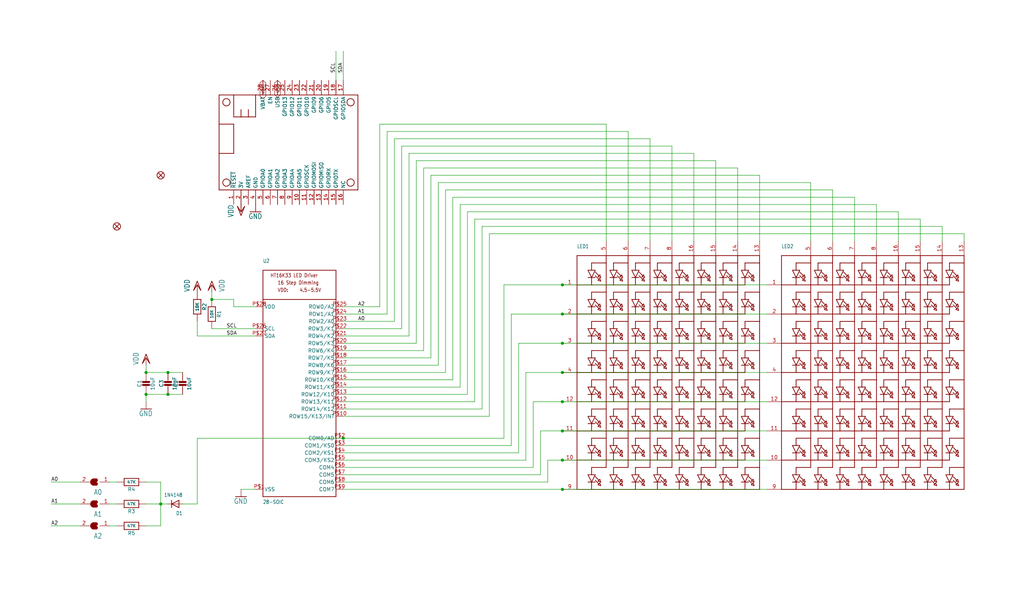
<source format=kicad_sch>
(kicad_sch (version 20230121) (generator eeschema)
  (paper "User" 356.133 210.007)
  (lib_symbols
    (symbol "working-eagle-import:CAP_CERAMIC0805-NOOUTLINE"
      (property "Reference" "C" (at -2.29 1.25 90))
      (symbol "CAP_CERAMIC0805-NOOUTLINE_1_0"
        (pin passive line (at 0 5.08 270) (length 2.54) (name "1") (number "1"))
        (pin passive line (at 0 -2.54 90) (length 2.54) (name "2") (number "2"))
      )
    )
    (symbol "working-eagle-import:DIODESOD-323F"
      (property "Reference" "D" (at -2.54 2.54 0))
      (symbol "DIODESOD-323F_1_0"
        (pin passive line (at -2.54 0 0) (length 2.54) (name "A") (number "A"))
        (pin passive line (at 2.54 0 180) (length 2.54) (name "C") (number "C"))
      )
    )
    (symbol "working-eagle-import:DISP_SEGMENT_8X8_ROWCATHODE"
      (property "Reference" "LED" (at -33.02 45.72 0))
      (symbol "DISP_SEGMENT_8X8_ROWCATHODE_1_0"
        (pin bidirectional line (at -38.1 33.02 0) (length 5.08) (name "K1") (number "1"))
        (pin bidirectional line (at -38.1 -27.94 0) (length 5.08) (name "K7") (number "10"))
        (pin bidirectional line (at -38.1 -17.78 0) (length 5.08) (name "K6") (number "11"))
        (pin bidirectional line (at -38.1 -7.62 0) (length 5.08) (name "K5") (number "12"))
        (pin bidirectional line (at 30.48 48.26 270) (length 5.08) (name "A8") (number "13"))
        (pin bidirectional line (at 22.86 48.26 270) (length 5.08) (name "A7") (number "14"))
        (pin bidirectional line (at 15.24 48.26 270) (length 5.08) (name "A6") (number "15"))
        (pin bidirectional line (at 7.62 48.26 270) (length 5.08) (name "A5") (number "16"))
        (pin bidirectional line (at -38.1 22.86 0) (length 5.08) (name "K2") (number "2"))
        (pin bidirectional line (at -38.1 12.7 0) (length 5.08) (name "K3") (number "3"))
        (pin bidirectional line (at -38.1 2.54 0) (length 5.08) (name "K4") (number "4"))
        (pin bidirectional line (at -22.86 48.26 270) (length 5.08) (name "A1") (number "5"))
        (pin bidirectional line (at -15.24 48.26 270) (length 5.08) (name "A2") (number "6"))
        (pin bidirectional line (at -7.62 48.26 270) (length 5.08) (name "A3") (number "7"))
        (pin bidirectional line (at 0 48.26 270) (length 5.08) (name "A4") (number "8"))
        (pin bidirectional line (at -38.1 -38.1 0) (length 5.08) (name "K8") (number "9"))
      )
    )
    (symbol "working-eagle-import:FEATHERWING"
      (symbol "FEATHERWING_1_0"
        (pin input line (at 5.08 -5.08 90) (length 5.08) (name "~{RESET}") (number "1"))
        (pin bidirectional line (at 27.94 -5.08 90) (length 5.08) (name "GPIOA5") (number "10"))
        (pin bidirectional line (at 30.48 -5.08 90) (length 5.08) (name "GPIOSCK") (number "11"))
        (pin bidirectional line (at 33.02 -5.08 90) (length 5.08) (name "GPIOMOSI") (number "12"))
        (pin bidirectional line (at 35.56 -5.08 90) (length 5.08) (name "GPIOMISO") (number "13"))
        (pin bidirectional line (at 38.1 -5.08 90) (length 5.08) (name "GPIORX") (number "14"))
        (pin bidirectional line (at 40.64 -5.08 90) (length 5.08) (name "GPIOTX") (number "15"))
        (pin passive line (at 43.18 -5.08 90) (length 5.08) (name "NC") (number "16"))
        (pin bidirectional line (at 43.18 38.1 270) (length 5.08) (name "GPIOSDA") (number "17"))
        (pin bidirectional line (at 40.64 38.1 270) (length 5.08) (name "GPIOSCL") (number "18"))
        (pin bidirectional line (at 38.1 38.1 270) (length 5.08) (name "GPIO5") (number "19"))
        (pin power_in line (at 7.62 -5.08 90) (length 5.08) (name "3V") (number "2"))
        (pin bidirectional line (at 35.56 38.1 270) (length 5.08) (name "GPIO6") (number "20"))
        (pin bidirectional line (at 33.02 38.1 270) (length 5.08) (name "GPIO9") (number "21"))
        (pin bidirectional line (at 30.48 38.1 270) (length 5.08) (name "GPIO10") (number "22"))
        (pin bidirectional line (at 27.94 38.1 270) (length 5.08) (name "GPIO11") (number "23"))
        (pin bidirectional line (at 25.4 38.1 270) (length 5.08) (name "GPIO12") (number "24"))
        (pin bidirectional line (at 22.86 38.1 270) (length 5.08) (name "GPIO13") (number "25"))
        (pin power_in line (at 20.32 38.1 270) (length 5.08) (name "USB") (number "26"))
        (pin passive line (at 17.78 38.1 270) (length 5.08) (name "EN") (number "27"))
        (pin power_in line (at 15.24 38.1 270) (length 5.08) (name "VBAT") (number "28"))
        (pin passive line (at 10.16 -5.08 90) (length 5.08) (name "AREF") (number "3"))
        (pin power_in line (at 12.7 -5.08 90) (length 5.08) (name "GND") (number "4"))
        (pin bidirectional line (at 15.24 -5.08 90) (length 5.08) (name "GPIOA0") (number "5"))
        (pin bidirectional line (at 17.78 -5.08 90) (length 5.08) (name "GPIOA1") (number "6"))
        (pin bidirectional line (at 20.32 -5.08 90) (length 5.08) (name "GPIOA2") (number "7"))
        (pin bidirectional line (at 22.86 -5.08 90) (length 5.08) (name "GPIOA3") (number "8"))
        (pin bidirectional line (at 25.4 -5.08 90) (length 5.08) (name "GPIOA4") (number "9"))
      )
    )
    (symbol "working-eagle-import:FIDUCIAL{dblquote}{dblquote}")
    (symbol "working-eagle-import:GND" (power)
      (property "Value" "GND" (at -2.54 -2.54 0))
      (symbol "GND_1_0"
        (pin power_in line (at 0 2.54 270) (length 2.54) (name "GND") (number "1"))
      )
    )
    (symbol "working-eagle-import:HT16K33_SOP28_SKINNY"
      (property "Reference" "U" (at -12.7 40.64 0))
      (symbol "HT16K33_SOP28_SKINNY_1_0"
        (text "16 Step Dimming" (at -7.62 33.02 0) (effects (font (size 1.27 1.0795)) (justify left bottom)))
        (text "4.5-5.5V" (at 0 30.48 0) (effects (font (size 1.27 1.0795)) (justify left bottom)))
        (text "HT16K33 LED Driver" (at -10.16 35.56 0) (effects (font (size 1.27 1.0795)) (justify left bottom)))
        (text "VDD:" (at -7.62 30.48 0) (effects (font (size 1.27 1.0795)) (justify left bottom)))
        (pin bidirectional line (at -15.24 -38.1 0) (length 2.54) (name "VSS") (number "P$1"))
        (pin bidirectional line (at 15.24 -12.7 180) (length 2.54) (name "ROW15/K13/INT") (number "P$10"))
        (pin bidirectional line (at 15.24 -10.16 180) (length 2.54) (name "ROW14/K12") (number "P$11"))
        (pin bidirectional line (at 15.24 -7.62 180) (length 2.54) (name "ROW13/K11") (number "P$12"))
        (pin bidirectional line (at 15.24 -5.08 180) (length 2.54) (name "ROW12/K10") (number "P$13"))
        (pin bidirectional line (at 15.24 -2.54 180) (length 2.54) (name "ROW11/K9") (number "P$14"))
        (pin bidirectional line (at 15.24 0 180) (length 2.54) (name "ROW10/K8") (number "P$15"))
        (pin bidirectional line (at 15.24 2.54 180) (length 2.54) (name "ROW9/K7") (number "P$16"))
        (pin bidirectional line (at 15.24 5.08 180) (length 2.54) (name "ROW8/K6") (number "P$17"))
        (pin bidirectional line (at 15.24 7.62 180) (length 2.54) (name "ROW7/K5") (number "P$18"))
        (pin bidirectional line (at 15.24 10.16 180) (length 2.54) (name "ROW6/K4") (number "P$19"))
        (pin bidirectional line (at 15.24 -20.32 180) (length 2.54) (name "COM0/AD") (number "P$2"))
        (pin bidirectional line (at 15.24 12.7 180) (length 2.54) (name "ROW5/K3") (number "P$20"))
        (pin bidirectional line (at 15.24 15.24 180) (length 2.54) (name "ROW4/K2") (number "P$21"))
        (pin bidirectional line (at 15.24 17.78 180) (length 2.54) (name "ROW3/K1") (number "P$22"))
        (pin bidirectional line (at 15.24 20.32 180) (length 2.54) (name "ROW2/A0") (number "P$23"))
        (pin bidirectional line (at 15.24 22.86 180) (length 2.54) (name "ROW1/A1") (number "P$24"))
        (pin bidirectional line (at 15.24 25.4 180) (length 2.54) (name "ROW0/A2") (number "P$25"))
        (pin bidirectional line (at -15.24 17.78 0) (length 2.54) (name "SCL") (number "P$26"))
        (pin bidirectional line (at -15.24 15.24 0) (length 2.54) (name "SDA") (number "P$27"))
        (pin bidirectional line (at -15.24 25.4 0) (length 2.54) (name "VDD") (number "P$28"))
        (pin bidirectional line (at 15.24 -22.86 180) (length 2.54) (name "COM1/KS0") (number "P$3"))
        (pin bidirectional line (at 15.24 -25.4 180) (length 2.54) (name "COM2/KS1") (number "P$4"))
        (pin bidirectional line (at 15.24 -27.94 180) (length 2.54) (name "COM3/KS2") (number "P$5"))
        (pin bidirectional line (at 15.24 -30.48 180) (length 2.54) (name "COM4") (number "P$6"))
        (pin bidirectional line (at 15.24 -33.02 180) (length 2.54) (name "COM5") (number "P$7"))
        (pin bidirectional line (at 15.24 -35.56 180) (length 2.54) (name "COM6") (number "P$8"))
        (pin bidirectional line (at 15.24 -38.1 180) (length 2.54) (name "COM7") (number "P$9"))
      )
    )
    (symbol "working-eagle-import:RESISTOR0805_NOOUTLINE"
      (property "Reference" "R" (at 0 2.54 0))
      (symbol "RESISTOR0805_NOOUTLINE_1_0"
        (pin passive line (at -5.08 0 0) (length 2.54) (name "1") (number "1"))
        (pin passive line (at 5.08 0 180) (length 2.54) (name "2") (number "2"))
      )
    )
    (symbol "working-eagle-import:SOLDERJUMPERREFLOW_NOPASTE"
      (property "Reference" "SJ" (at -2.54 2.54 0))
      (symbol "SOLDERJUMPERREFLOW_NOPASTE_1_0"
        (pin passive line (at -5.08 0 0) (length 2.54) (name "1") (number "1"))
        (pin passive line (at 5.08 0 180) (length 2.54) (name "2") (number "2"))
      )
    )
    (symbol "working-eagle-import:VDD" (power)
      (property "Value" "VDD" (at -2.54 -2.54 90))
      (symbol "VDD_1_0"
        (pin power_in line (at 0 -2.54 90) (length 2.54) (name "VDD") (number "1"))
      )
    )
  )
  (junction (at 195.58 170.18))
  (junction (at 119.38 152.4))
  (junction (at 195.58 139.7))
  (junction (at 195.58 99.06))
  (junction (at 195.58 160.02))
  (junction (at 195.58 149.86))
  (junction (at 195.58 129.54))
  (junction (at 58.42 137.16))
  (junction (at 50.8 137.16))
  (junction (at 55.88 175.26))
  (junction (at 58.42 129.54))
  (junction (at 195.58 109.22))
  (junction (at 195.58 119.38))
  (junction (at 73.66 104.14))
  (junction (at 50.8 129.54))
  (wire (pts (xy 195.58 160.02) (xy 190.5 160.02)) (stroke (width 0.1524)))
  (wire (pts (xy 195.58 160.02) (xy 266.7 160.02)) (stroke (width 0.1524)))
  (wire (pts (xy 195.58 109.22) (xy 266.7 109.22)) (stroke (width 0.1524)))
  (wire (pts (xy 134.62 109.22) (xy 134.62 45.72)) (stroke (width 0.1524)))
  (wire (pts (xy 241.3 53.34) (xy 142.24 53.34)) (stroke (width 0.1524)))
  (wire (pts (xy 195.58 170.18) (xy 266.7 170.18)) (stroke (width 0.1524)))
  (wire (pts (xy 312.42 83.82) (xy 312.42 73.66)) (stroke (width 0.1524)))
  (wire (pts (xy 55.88 175.26) (xy 55.88 167.64)) (stroke (width 0.1524)))
  (wire (pts (xy 154.94 66.04) (xy 289.56 66.04)) (stroke (width 0.1524)))
  (wire (pts (xy 182.88 129.54) (xy 182.88 160.02)) (stroke (width 0.1524)))
  (wire (pts (xy 190.5 160.02) (xy 190.5 167.64)) (stroke (width 0.1524)))
  (wire (pts (xy 139.7 114.3) (xy 139.7 50.8)) (stroke (width 0.1524)))
  (wire (pts (xy 50.8 129.54) (xy 58.42 129.54)) (stroke (width 0.1524)))
  (wire (pts (xy 297.18 68.58) (xy 157.48 68.58)) (stroke (width 0.1524)))
  (wire (pts (xy 119.38 114.3) (xy 139.7 114.3)) (stroke (width 0.1524)))
  (wire (pts (xy 180.34 119.38) (xy 180.34 157.48)) (stroke (width 0.1524)))
  (wire (pts (xy 119.38 139.7) (xy 165.1 139.7)) (stroke (width 0.1524)))
  (wire (pts (xy 160.02 71.12) (xy 304.8 71.12)) (stroke (width 0.1524)))
  (wire (pts (xy 195.58 129.54) (xy 182.88 129.54)) (stroke (width 0.1524)))
  (wire (pts (xy 149.86 124.46) (xy 149.86 60.96)) (stroke (width 0.1524)))
  (wire (pts (xy 167.64 78.74) (xy 327.66 78.74)) (stroke (width 0.1524)))
  (wire (pts (xy 157.48 132.08) (xy 157.48 68.58)) (stroke (width 0.1524)))
  (wire (pts (xy 167.64 142.24) (xy 167.64 78.74)) (stroke (width 0.1524)))
  (wire (pts (xy 68.58 116.84) (xy 68.58 111.76)) (stroke (width 0.1524)))
  (wire (pts (xy 40.64 167.64) (xy 38.1 167.64)) (stroke (width 0.1524)))
  (wire (pts (xy 134.62 45.72) (xy 218.44 45.72)) (stroke (width 0.1524)))
  (wire (pts (xy 119.38 111.76) (xy 137.16 111.76)) (stroke (width 0.1524)))
  (wire (pts (xy 50.8 127) (xy 50.8 129.54)) (stroke (width 0.1524)))
  (wire (pts (xy 119.38 134.62) (xy 160.02 134.62)) (stroke (width 0.1524)))
  (wire (pts (xy 50.8 182.88) (xy 55.88 182.88)) (stroke (width 0.1524)))
  (wire (pts (xy 195.58 109.22) (xy 177.8 109.22)) (stroke (width 0.1524)))
  (wire (pts (xy 177.8 154.94) (xy 119.38 154.94)) (stroke (width 0.1524)))
  (wire (pts (xy 38.1 182.88) (xy 40.64 182.88)) (stroke (width 0.1524)))
  (wire (pts (xy 248.92 55.88) (xy 248.92 83.82)) (stroke (width 0.1524)))
  (wire (pts (xy 132.08 106.68) (xy 132.08 43.18)) (stroke (width 0.1524)))
  (wire (pts (xy 137.16 111.76) (xy 137.16 48.26)) (stroke (width 0.1524)))
  (wire (pts (xy 297.18 83.82) (xy 297.18 68.58)) (stroke (width 0.1524)))
  (wire (pts (xy 27.94 182.88) (xy 17.78 182.88)) (stroke (width 0.1524)))
  (wire (pts (xy 40.64 175.26) (xy 38.1 175.26)) (stroke (width 0.1524)))
  (wire (pts (xy 195.58 149.86) (xy 266.7 149.86)) (stroke (width 0.1524)))
  (wire (pts (xy 55.88 182.88) (xy 55.88 175.26)) (stroke (width 0.1524)))
  (wire (pts (xy 226.06 83.82) (xy 226.06 48.26)) (stroke (width 0.1524)))
  (wire (pts (xy 335.28 83.82) (xy 335.28 81.28)) (stroke (width 0.1524)))
  (wire (pts (xy 256.54 83.82) (xy 256.54 58.42)) (stroke (width 0.1524)))
  (wire (pts (xy 187.96 165.1) (xy 119.38 165.1)) (stroke (width 0.1524)))
  (wire (pts (xy 218.44 45.72) (xy 218.44 83.82)) (stroke (width 0.1524)))
  (wire (pts (xy 187.96 149.86) (xy 187.96 165.1)) (stroke (width 0.1524)))
  (wire (pts (xy 119.38 132.08) (xy 157.48 132.08)) (stroke (width 0.1524)))
  (wire (pts (xy 195.58 119.38) (xy 180.34 119.38)) (stroke (width 0.1524)))
  (wire (pts (xy 281.94 83.82) (xy 281.94 63.5)) (stroke (width 0.1524)))
  (wire (pts (xy 119.38 116.84) (xy 142.24 116.84)) (stroke (width 0.1524)))
  (wire (pts (xy 73.66 101.6) (xy 73.66 104.14)) (stroke (width 0.1524)))
  (wire (pts (xy 81.28 104.14) (xy 73.66 104.14)) (stroke (width 0.1524)))
  (wire (pts (xy 144.78 55.88) (xy 248.92 55.88)) (stroke (width 0.1524)))
  (wire (pts (xy 119.38 124.46) (xy 149.86 124.46)) (stroke (width 0.1524)))
  (wire (pts (xy 119.38 152.4) (xy 68.58 152.4)) (stroke (width 0.1524)))
  (wire (pts (xy 149.86 60.96) (xy 264.16 60.96)) (stroke (width 0.1524)))
  (wire (pts (xy 119.38 170.18) (xy 195.58 170.18)) (stroke (width 0.1524)))
  (wire (pts (xy 119.38 144.78) (xy 170.18 144.78)) (stroke (width 0.1524)))
  (wire (pts (xy 139.7 50.8) (xy 233.68 50.8)) (stroke (width 0.1524)))
  (wire (pts (xy 195.58 99.06) (xy 175.26 99.06)) (stroke (width 0.1524)))
  (wire (pts (xy 185.42 139.7) (xy 185.42 162.56)) (stroke (width 0.1524)))
  (wire (pts (xy 50.8 139.7) (xy 50.8 137.16)) (stroke (width 0.1524)))
  (wire (pts (xy 119.38 127) (xy 152.4 127)) (stroke (width 0.1524)))
  (wire (pts (xy 119.38 160.02) (xy 182.88 160.02)) (stroke (width 0.1524)))
  (wire (pts (xy 119.38 27.94) (xy 119.38 17.78)) (stroke (width 0.1524)))
  (wire (pts (xy 233.68 50.8) (xy 233.68 83.82)) (stroke (width 0.1524)))
  (wire (pts (xy 335.28 81.28) (xy 170.18 81.28)) (stroke (width 0.1524)))
  (wire (pts (xy 119.38 152.4) (xy 175.26 152.4)) (stroke (width 0.1524)))
  (wire (pts (xy 170.18 144.78) (xy 170.18 81.28)) (stroke (width 0.1524)))
  (wire (pts (xy 88.9 116.84) (xy 68.58 116.84)) (stroke (width 0.1524)))
  (wire (pts (xy 195.58 129.54) (xy 266.7 129.54)) (stroke (width 0.1524)))
  (wire (pts (xy 152.4 127) (xy 152.4 63.5)) (stroke (width 0.1524)))
  (wire (pts (xy 27.94 167.64) (xy 17.78 167.64)) (stroke (width 0.1524)))
  (wire (pts (xy 165.1 76.2) (xy 320.04 76.2)) (stroke (width 0.1524)))
  (wire (pts (xy 119.38 142.24) (xy 167.64 142.24)) (stroke (width 0.1524)))
  (wire (pts (xy 327.66 83.82) (xy 327.66 78.74)) (stroke (width 0.1524)))
  (wire (pts (xy 210.82 43.18) (xy 210.82 83.82)) (stroke (width 0.1524)))
  (wire (pts (xy 177.8 109.22) (xy 177.8 154.94)) (stroke (width 0.1524)))
  (wire (pts (xy 119.38 106.68) (xy 132.08 106.68)) (stroke (width 0.1524)))
  (wire (pts (xy 55.88 175.26) (xy 58.42 175.26)) (stroke (width 0.1524)))
  (wire (pts (xy 175.26 99.06) (xy 175.26 152.4)) (stroke (width 0.1524)))
  (wire (pts (xy 55.88 167.64) (xy 50.8 167.64)) (stroke (width 0.1524)))
  (wire (pts (xy 165.1 139.7) (xy 165.1 76.2)) (stroke (width 0.1524)))
  (wire (pts (xy 119.38 129.54) (xy 154.94 129.54)) (stroke (width 0.1524)))
  (wire (pts (xy 195.58 139.7) (xy 185.42 139.7)) (stroke (width 0.1524)))
  (wire (pts (xy 119.38 121.92) (xy 147.32 121.92)) (stroke (width 0.1524)))
  (wire (pts (xy 154.94 129.54) (xy 154.94 66.04)) (stroke (width 0.1524)))
  (wire (pts (xy 264.16 60.96) (xy 264.16 83.82)) (stroke (width 0.1524)))
  (wire (pts (xy 119.38 157.48) (xy 180.34 157.48)) (stroke (width 0.1524)))
  (wire (pts (xy 58.42 129.54) (xy 63.5 129.54)) (stroke (width 0.1524)))
  (wire (pts (xy 119.38 119.38) (xy 144.78 119.38)) (stroke (width 0.1524)))
  (wire (pts (xy 160.02 134.62) (xy 160.02 71.12)) (stroke (width 0.1524)))
  (wire (pts (xy 195.58 119.38) (xy 266.7 119.38)) (stroke (width 0.1524)))
  (wire (pts (xy 256.54 58.42) (xy 147.32 58.42)) (stroke (width 0.1524)))
  (wire (pts (xy 68.58 152.4) (xy 68.58 175.26)) (stroke (width 0.1524)))
  (wire (pts (xy 195.58 149.86) (xy 187.96 149.86)) (stroke (width 0.1524)))
  (wire (pts (xy 142.24 116.84) (xy 142.24 53.34)) (stroke (width 0.1524)))
  (wire (pts (xy 88.9 114.3) (xy 73.66 114.3)) (stroke (width 0.1524)))
  (wire (pts (xy 83.82 170.18) (xy 88.9 170.18)) (stroke (width 0.1524)))
  (wire (pts (xy 68.58 175.26) (xy 63.5 175.26)) (stroke (width 0.1524)))
  (wire (pts (xy 119.38 137.16) (xy 162.56 137.16)) (stroke (width 0.1524)))
  (wire (pts (xy 226.06 48.26) (xy 137.16 48.26)) (stroke (width 0.1524)))
  (wire (pts (xy 195.58 139.7) (xy 266.7 139.7)) (stroke (width 0.1524)))
  (wire (pts (xy 320.04 76.2) (xy 320.04 83.82)) (stroke (width 0.1524)))
  (wire (pts (xy 144.78 119.38) (xy 144.78 55.88)) (stroke (width 0.1524)))
  (wire (pts (xy 81.28 106.68) (xy 81.28 104.14)) (stroke (width 0.1524)))
  (wire (pts (xy 116.84 17.78) (xy 116.84 27.94)) (stroke (width 0.1524)))
  (wire (pts (xy 58.42 137.16) (xy 50.8 137.16)) (stroke (width 0.1524)))
  (wire (pts (xy 185.42 162.56) (xy 119.38 162.56)) (stroke (width 0.1524)))
  (wire (pts (xy 304.8 71.12) (xy 304.8 83.82)) (stroke (width 0.1524)))
  (wire (pts (xy 281.94 63.5) (xy 152.4 63.5)) (stroke (width 0.1524)))
  (wire (pts (xy 241.3 83.82) (xy 241.3 53.34)) (stroke (width 0.1524)))
  (wire (pts (xy 132.08 43.18) (xy 210.82 43.18)) (stroke (width 0.1524)))
  (wire (pts (xy 195.58 99.06) (xy 266.7 99.06)) (stroke (width 0.1524)))
  (wire (pts (xy 162.56 137.16) (xy 162.56 73.66)) (stroke (width 0.1524)))
  (wire (pts (xy 17.78 175.26) (xy 27.94 175.26)) (stroke (width 0.1524)))
  (wire (pts (xy 312.42 73.66) (xy 162.56 73.66)) (stroke (width 0.1524)))
  (wire (pts (xy 63.5 137.16) (xy 58.42 137.16)) (stroke (width 0.1524)))
  (wire (pts (xy 88.9 106.68) (xy 81.28 106.68)) (stroke (width 0.1524)))
  (wire (pts (xy 147.32 121.92) (xy 147.32 58.42)) (stroke (width 0.1524)))
  (wire (pts (xy 119.38 109.22) (xy 134.62 109.22)) (stroke (width 0.1524)))
  (wire (pts (xy 190.5 167.64) (xy 119.38 167.64)) (stroke (width 0.1524)))
  (wire (pts (xy 289.56 66.04) (xy 289.56 83.82)) (stroke (width 0.1524)))
  (wire (pts (xy 50.8 175.26) (xy 55.88 175.26)) (stroke (width 0.1524)))
  (label "SDA" (at 119.38 25.4 90) (effects (font (size 1.2446 1.2446))))
  (label "SDA" (at 78.74 116.84 0) (effects (font (size 1.2446 1.2446))))
  (label "A1" (at 17.78 175.26 0) (effects (font (size 1.2446 1.2446))))
  (label "A2" (at 17.78 182.88 0) (effects (font (size 1.2446 1.2446))))
  (label "SCL" (at 116.84 25.4 90) (effects (font (size 1.2446 1.2446))))
  (label "SCL" (at 78.74 114.3 0) (effects (font (size 1.2446 1.2446))))
  (label "A0" (at 17.78 167.64 0) (effects (font (size 1.2446 1.2446))))
  (label "A2" (at 124.46 106.68 0) (effects (font (size 1.2446 1.2446))))
  (label "A1" (at 124.46 109.22 0) (effects (font (size 1.2446 1.2446))))
  (label "A0" (at 124.46 111.76 0) (effects (font (size 1.2446 1.2446))))
  (global_label "USB" (shape bidirectional) (at 96.52 27.94 270) (effects (font (size 1.016 1.016))) (property "Intersheetrefs" "${INTERSHEET_REFS}" (effects hide)))
  (global_label "VBAT" (shape bidirectional) (at 91.44 27.94 270) (effects (font (size 1.016 1.016))) (property "Intersheetrefs" "${INTERSHEET_REFS}" (effects hide)))
  (symbol (lib_id "working-eagle-import:GND") (at 83.82 172.72 0) (unit 1)
    (property "Reference" "#GND1" (effects hide))
    (property "Value" "GND" (at 81.28 175.26 0) (effects (font (size 1.778 1.5113)) (justify left bottom)))
  )
  (symbol (lib_id "working-eagle-import:DIODESOD-323F") (at 60.96 175.26 180) (unit 1)
    (property "Reference" "D1" (at 63.5 177.8 0) (effects (font (size 1.27 1.0795)) (justify left bottom)))
    (property "Value" "1N4148" (at 63.5 171.45 0) (effects (font (size 1.27 1.0795)) (justify left bottom)))
    (property "Footprint" "working:SOD-323F" (effects hide))
  )
  (symbol (lib_id "working-eagle-import:SOLDERJUMPERREFLOW_NOPASTE") (at 33.02 175.26 180) (unit 1)
    (property "Reference" "A1" (at 35.56 177.8 0) (effects (font (size 1.778 1.5113)) (justify left bottom)))
    (property "Value" "SOLDERJUMPERREFLOW_NOPASTE" (effects hide))
    (property "Footprint" "working:SOLDERJUMPER_REFLOW_NOPASTE" (effects hide))
  )
  (symbol (lib_id "working-eagle-import:SOLDERJUMPERREFLOW_NOPASTE") (at 33.02 182.88 180) (unit 1)
    (property "Reference" "A2" (at 35.56 185.42 0) (effects (font (size 1.778 1.5113)) (justify left bottom)))
    (property "Value" "SOLDERJUMPERREFLOW_NOPASTE" (effects hide))
    (property "Footprint" "working:SOLDERJUMPER_REFLOW_NOPASTE" (effects hide))
  )
  (symbol (lib_id "working-eagle-import:CAP_CERAMIC0805-NOOUTLINE") (at 58.42 134.62 0) (unit 1)
    (property "Reference" "C3" (at 56.13 133.37 90))
    (property "Value" "10uF" (at 60.72 133.37 90))
    (property "Footprint" "working:0805-NO" (effects hide))
  )
  (symbol (lib_id "working-eagle-import:CAP_CERAMIC0805-NOOUTLINE") (at 50.8 134.62 0) (unit 1)
    (property "Reference" "C1" (at 48.51 133.37 90))
    (property "Value" "10uF" (at 53.1 133.37 90))
    (property "Footprint" "working:0805-NO" (effects hide))
  )
  (symbol (lib_id "working-eagle-import:GND") (at 88.9 73.66 0) (unit 1)
    (property "Reference" "#GND2" (effects hide))
    (property "Value" "GND" (at 86.36 76.2 0) (effects (font (size 1.778 1.5113)) (justify left bottom)))
  )
  (symbol (lib_id "working-eagle-import:DISP_SEGMENT_8X8_ROWCATHODE") (at 233.68 132.08 0) (unit 1)
    (property "Reference" "LED1" (at 200.66 86.36 0) (effects (font (size 1.27 1.0795)) (justify left bottom)))
    (property "Value" "DISP_SEGMENT_8X8_ROWCATHODE" (effects hide))
    (property "Footprint" "working:SEGMENT_BL-M07C881UR" (effects hide))
  )
  (symbol (lib_id "working-eagle-import:RESISTOR0805_NOOUTLINE") (at 73.66 109.22 270) (unit 1)
    (property "Reference" "R1" (at 76.2 109.22 0))
    (property "Value" "10K" (at 73.66 109.22 0) (effects (font (size 1.016 1.016) bold)))
    (property "Footprint" "working:0805-NO" (effects hide))
  )
  (symbol (lib_id "working-eagle-import:FEATHERWING") (at 76.2 66.04 0) (unit 1)
    (property "Reference" "MS1" (effects hide))
    (property "Value" "FEATHERWING" (effects hide))
    (property "Footprint" "working:FEATHERWING" (effects hide))
  )
  (symbol (lib_id "working-eagle-import:CAP_CERAMIC0805-NOOUTLINE") (at 63.5 134.62 0) (unit 1)
    (property "Reference" "C2" (at 61.21 133.37 90))
    (property "Value" "10uF" (at 65.8 133.37 90))
    (property "Footprint" "working:0805-NO" (effects hide))
  )
  (symbol (lib_id "working-eagle-import:RESISTOR0805_NOOUTLINE") (at 45.72 175.26 180) (unit 1)
    (property "Reference" "R3" (at 45.72 177.8 0))
    (property "Value" "47K" (at 45.72 175.26 0) (effects (font (size 1.016 1.016) bold)))
    (property "Footprint" "working:0805-NO" (effects hide))
  )
  (symbol (lib_id "working-eagle-import:FIDUCIAL{dblquote}{dblquote}") (at 40.64 78.74 0) (unit 1)
    (property "Reference" "FID2" (effects hide))
    (property "Value" "FIDUCIAL{dblquote}{dblquote}" (effects hide))
    (property "Footprint" "working:FIDUCIAL_1MM" (effects hide))
  )
  (symbol (lib_id "working-eagle-import:RESISTOR0805_NOOUTLINE") (at 45.72 167.64 180) (unit 1)
    (property "Reference" "R4" (at 45.72 170.18 0))
    (property "Value" "47K" (at 45.72 167.64 0) (effects (font (size 1.016 1.016) bold)))
    (property "Footprint" "working:0805-NO" (effects hide))
  )
  (symbol (lib_id "working-eagle-import:SOLDERJUMPERREFLOW_NOPASTE") (at 33.02 167.64 180) (unit 1)
    (property "Reference" "A0" (at 35.56 170.18 0) (effects (font (size 1.778 1.5113)) (justify left bottom)))
    (property "Value" "SOLDERJUMPERREFLOW_NOPASTE" (effects hide))
    (property "Footprint" "working:SOLDERJUMPER_REFLOW_NOPASTE" (effects hide))
  )
  (symbol (lib_id "working-eagle-import:RESISTOR0805_NOOUTLINE") (at 68.58 106.68 270) (unit 1)
    (property "Reference" "R2" (at 71.12 106.68 0))
    (property "Value" "10K" (at 68.58 106.68 0) (effects (font (size 1.016 1.016) bold)))
    (property "Footprint" "working:0805-NO" (effects hide))
  )
  (symbol (lib_id "working-eagle-import:VDD") (at 83.82 73.66 0) (mirror x) (unit 1)
    (property "Reference" "#VDD3" (effects hide))
    (property "Value" "VDD" (at 81.28 71.12 90) (effects (font (size 1.778 1.5113)) (justify left bottom)))
  )
  (symbol (lib_id "working-eagle-import:FIDUCIAL{dblquote}{dblquote}") (at 55.88 60.96 0) (unit 1)
    (property "Reference" "FID1" (effects hide))
    (property "Value" "FIDUCIAL{dblquote}{dblquote}" (effects hide))
    (property "Footprint" "working:FIDUCIAL_1MM" (effects hide))
  )
  (symbol (lib_id "working-eagle-import:DISP_SEGMENT_8X8_ROWCATHODE") (at 304.8 132.08 0) (unit 1)
    (property "Reference" "LED2" (at 271.78 86.36 0) (effects (font (size 1.27 1.0795)) (justify left bottom)))
    (property "Value" "DISP_SEGMENT_8X8_ROWCATHODE" (effects hide))
    (property "Footprint" "working:SEGMENT_BL-M07C881UR" (effects hide))
  )
  (symbol (lib_id "working-eagle-import:VDD") (at 73.66 99.06 0) (mirror y) (unit 1)
    (property "Reference" "#VDD2" (effects hide))
    (property "Value" "VDD" (at 76.2 101.6 90) (effects (font (size 1.778 1.5113)) (justify left bottom)))
  )
  (symbol (lib_id "working-eagle-import:VDD") (at 50.8 124.46 0) (unit 1)
    (property "Reference" "#VDD5" (effects hide))
    (property "Value" "VDD" (at 48.26 127 90) (effects (font (size 1.778 1.5113)) (justify left bottom)))
  )
  (symbol (lib_id "working-eagle-import:HT16K33_SOP28_SKINNY") (at 104.14 132.08 0) (unit 1)
    (property "Reference" "U2" (at 91.44 91.44 0) (effects (font (size 1.27 1.0795)) (justify left bottom)))
    (property "Value" "28-SOIC" (at 91.44 175.26 0) (effects (font (size 1.27 1.0795)) (justify left bottom)))
    (property "Footprint" "working:SOP28_300MIL_SKINNY" (effects hide))
  )
  (symbol (lib_id "working-eagle-import:VDD") (at 68.58 99.06 0) (unit 1)
    (property "Reference" "#VDD1" (effects hide))
    (property "Value" "VDD" (at 66.04 101.6 90) (effects (font (size 1.778 1.5113)) (justify left bottom)))
  )
  (symbol (lib_id "working-eagle-import:GND") (at 50.8 142.24 0) (unit 1)
    (property "Reference" "#GND3" (effects hide))
    (property "Value" "GND" (at 48.26 144.78 0) (effects (font (size 1.778 1.5113)) (justify left bottom)))
  )
  (symbol (lib_id "working-eagle-import:RESISTOR0805_NOOUTLINE") (at 45.72 182.88 180) (unit 1)
    (property "Reference" "R5" (at 45.72 185.42 0))
    (property "Value" "47K" (at 45.72 182.88 0) (effects (font (size 1.016 1.016) bold)))
    (property "Footprint" "working:0805-NO" (effects hide))
  )
)
</source>
